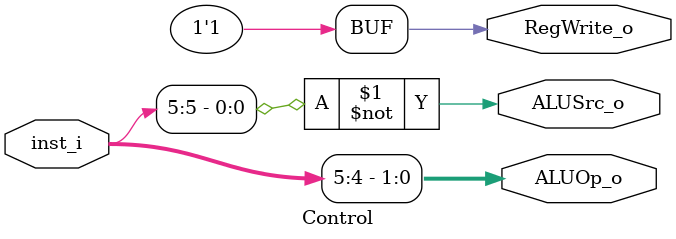
<source format=v>
module Control
(
    input [6:0] inst_i,
    output [1:0] ALUOp_o,
    output ALUSrc_o, RegWrite_o
);
    assign ALUOp_o = inst_i[5:4];
    assign ALUSrc_o = ~inst_i[5];
    assign RegWrite_o = 1'b1;
endmodule

</source>
